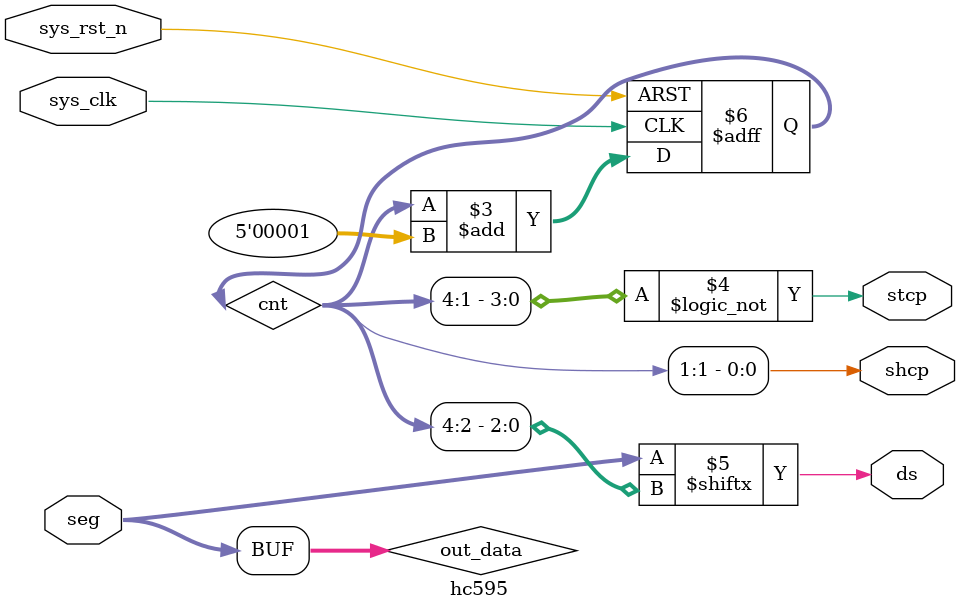
<source format=v>
module hc595(
    input sys_clk,
    input sys_rst_n,
    // input
    input [7:0] seg,
    //input [5:0] sel,
    // output
    output  ds,
    output  shcp,
    output  stcp
   // output  oe
);
//------------signals--------------
// 分频计数器
reg [4:0] cnt;
// 并行数据
wire [7:0] out_data = seg;
//------------function-------------
// 分频计数器
always @(posedge sys_clk, negedge sys_rst_n) begin
    if(!sys_rst_n)
        cnt <= 0;
    else
        cnt <= cnt + 5'd1;
end
// shcp选择4分频，即12.5M
assign shcp = cnt[1];
// stcp选择32分频，即shcp的8分频，保证8个shcp上升沿对应1个stcp上升沿
assign stcp = cnt[4:1] == 4'b0000;
// 输出串行ds，保证ds在shcp的下降沿变化,用波形图来理解下面这行代码
assign ds = out_data[cnt[4:2]];
endmodule

</source>
